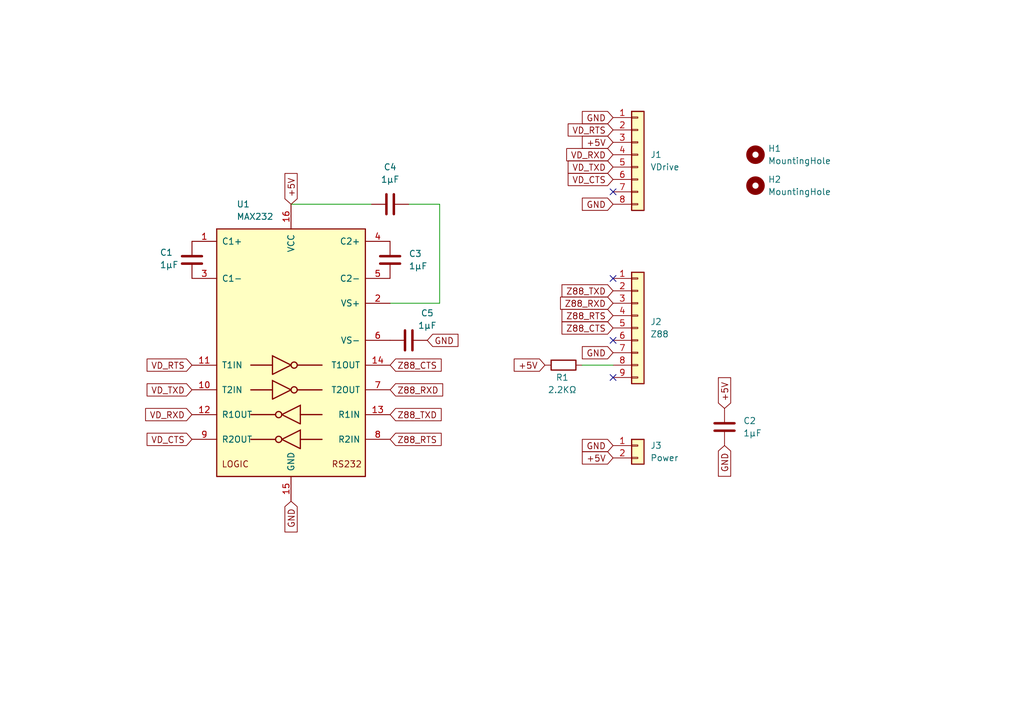
<source format=kicad_sch>
(kicad_sch (version 20250114) (generator "eeschema") (generator_version "9.0")
  (paper "A5")
  (title_block (title "VDriveZ88 Serial Interface Board") (date "9/AUG/2025") (rev "WIP") (company "Brett Hallen"))
  (lib_symbols
    (symbol "Connector_Generic:Conn_01x02" (pin_names (offset 1.016) (hide yes))
      (property "Reference" "J" (at 0 2.54 0))
      (property "Value" "Conn_01x02" (at 0 -5.08 0))
      (symbol "Conn_01x02_1_1"
        (rectangle (start -1.27 1.27) (end 1.27 -3.81) (stroke (width 0.254)) (fill (type background)))
        (rectangle (start -1.27 0.127) (end 0 -0.127) (stroke (width 0.1524)))
        (rectangle (start -1.27 -2.413) (end 0 -2.667) (stroke (width 0.1524)))
        (pin passive line (at -5.08 0 0) (length 3.81) (name "Pin_1") (number "1"))
        (pin passive line (at -5.08 -2.54 0) (length 3.81) (name "Pin_2") (number "2"))
      )
    )
    (symbol "Connector_Generic:Conn_01x08" (pin_names (offset 1.016) (hide yes))
      (property "Reference" "J" (at 0 10.16 0))
      (property "Value" "Conn_01x08" (at 0 -12.7 0))
      (symbol "Conn_01x08_1_1"
        (rectangle (start -1.27 8.89) (end 1.27 -11.43) (stroke (width 0.254)) (fill (type background)))
        (rectangle (start -1.27 7.747) (end 0 7.493) (stroke (width 0.1524)))
        (rectangle (start -1.27 5.207) (end 0 4.953) (stroke (width 0.1524)))
        (rectangle (start -1.27 2.667) (end 0 2.413) (stroke (width 0.1524)))
        (rectangle (start -1.27 0.127) (end 0 -0.127) (stroke (width 0.1524)))
        (rectangle (start -1.27 -2.413) (end 0 -2.667) (stroke (width 0.1524)))
        (rectangle (start -1.27 -4.953) (end 0 -5.207) (stroke (width 0.1524)))
        (rectangle (start -1.27 -7.493) (end 0 -7.747) (stroke (width 0.1524)))
        (rectangle (start -1.27 -10.033) (end 0 -10.287) (stroke (width 0.1524)))
        (pin passive line (at -5.08 7.62 0) (length 3.81) (name "Pin_1") (number "1"))
        (pin passive line (at -5.08 5.08 0) (length 3.81) (name "Pin_2") (number "2"))
        (pin passive line (at -5.08 2.54 0) (length 3.81) (name "Pin_3") (number "3"))
        (pin passive line (at -5.08 0 0) (length 3.81) (name "Pin_4") (number "4"))
        (pin passive line (at -5.08 -2.54 0) (length 3.81) (name "Pin_5") (number "5"))
        (pin passive line (at -5.08 -5.08 0) (length 3.81) (name "Pin_6") (number "6"))
        (pin passive line (at -5.08 -7.62 0) (length 3.81) (name "Pin_7") (number "7"))
        (pin passive line (at -5.08 -10.16 0) (length 3.81) (name "Pin_8") (number "8"))
      )
    )
    (symbol "Connector_Generic:Conn_01x09" (pin_names (offset 1.016) (hide yes))
      (property "Reference" "J" (at 0 12.7 0))
      (property "Value" "Conn_01x09" (at 0 -12.7 0))
      (symbol "Conn_01x09_1_1"
        (rectangle (start -1.27 11.43) (end 1.27 -11.43) (stroke (width 0.254)) (fill (type background)))
        (rectangle (start -1.27 10.287) (end 0 10.033) (stroke (width 0.1524)))
        (rectangle (start -1.27 7.747) (end 0 7.493) (stroke (width 0.1524)))
        (rectangle (start -1.27 5.207) (end 0 4.953) (stroke (width 0.1524)))
        (rectangle (start -1.27 2.667) (end 0 2.413) (stroke (width 0.1524)))
        (rectangle (start -1.27 0.127) (end 0 -0.127) (stroke (width 0.1524)))
        (rectangle (start -1.27 -2.413) (end 0 -2.667) (stroke (width 0.1524)))
        (rectangle (start -1.27 -4.953) (end 0 -5.207) (stroke (width 0.1524)))
        (rectangle (start -1.27 -7.493) (end 0 -7.747) (stroke (width 0.1524)))
        (rectangle (start -1.27 -10.033) (end 0 -10.287) (stroke (width 0.1524)))
        (pin passive line (at -5.08 10.16 0) (length 3.81) (name "Pin_1") (number "1"))
        (pin passive line (at -5.08 7.62 0) (length 3.81) (name "Pin_2") (number "2"))
        (pin passive line (at -5.08 5.08 0) (length 3.81) (name "Pin_3") (number "3"))
        (pin passive line (at -5.08 2.54 0) (length 3.81) (name "Pin_4") (number "4"))
        (pin passive line (at -5.08 0 0) (length 3.81) (name "Pin_5") (number "5"))
        (pin passive line (at -5.08 -2.54 0) (length 3.81) (name "Pin_6") (number "6"))
        (pin passive line (at -5.08 -5.08 0) (length 3.81) (name "Pin_7") (number "7"))
        (pin passive line (at -5.08 -7.62 0) (length 3.81) (name "Pin_8") (number "8"))
        (pin passive line (at -5.08 -10.16 0) (length 3.81) (name "Pin_9") (number "9"))
      )
    )
    (symbol "Device:C" (pin_numbers (hide yes)) (pin_names (offset 0.254))
      (property "Reference" "C" (at 0.635 2.54 0))
      (property "Value" "C" (at 0.635 -2.54 0))
      (symbol "C_0_1"
        (polyline (pts (xy -2.032 0.762) (xy 2.032 0.762)) (stroke (width 0.508)))
        (polyline (pts (xy -2.032 -0.762) (xy 2.032 -0.762)) (stroke (width 0.508)))
      )
      (symbol "C_1_1"
        (pin passive line (at 0 3.81 270) (length 2.794) (name "~") (number "1"))
        (pin passive line (at 0 -3.81 90) (length 2.794) (name "~") (number "2"))
      )
    )
    (symbol "Device:R" (pin_numbers (hide yes)) (pin_names (offset 0))
      (property "Reference" "R" (at 2.032 0 90))
      (property "Value" "R" (at 0 0 90))
      (symbol "R_0_1"
        (rectangle (start -1.016 -2.54) (end 1.016 2.54) (stroke (width 0.254)))
      )
      (symbol "R_1_1"
        (pin passive line (at 0 3.81 270) (length 1.27) (name "~") (number "1"))
        (pin passive line (at 0 -3.81 90) (length 1.27) (name "~") (number "2"))
      )
    )
    (symbol "Interface_UART:MAX232" (pin_names (offset 1.016))
      (property "Reference" "U" (at -2.54 28.575 0))
      (property "Value" "MAX232" (at -2.54 26.67 0))
      (symbol "MAX232_0_0"
        (text "LOGIC" (at -11.43 -22.86 0) (effects (font (size 1.27 1.27))))
        (text "RS232" (at 11.43 -22.86 0) (effects (font (size 1.27 1.27))))
      )
      (symbol "MAX232_0_1"
        (rectangle (start -15.24 -25.4) (end 15.24 25.4) (stroke (width 0.254)) (fill (type background)))
        (polyline (pts (xy -3.81 -0.635) (xy -3.81 -4.445) (xy 0 -2.54) (xy -3.81 -0.635)) (stroke (width 0.254)))
        (polyline (pts (xy -3.81 -2.54) (xy -8.255 -2.54)) (stroke (width 0.254)))
        (polyline (pts (xy -3.81 -5.715) (xy -3.81 -9.525) (xy 0 -7.62) (xy -3.81 -5.715)) (stroke (width 0.254)))
        (polyline (pts (xy -3.81 -7.62) (xy -8.255 -7.62)) (stroke (width 0.254)))
        (polyline (pts (xy -3.175 -12.7) (xy -8.255 -12.7)) (stroke (width 0.254)))
        (polyline (pts (xy -3.175 -17.78) (xy -8.255 -17.78)) (stroke (width 0.254)))
        (circle (center -2.54 -12.7) (radius 0.635) (stroke (width 0.254)))
        (circle (center -2.54 -17.78) (radius 0.635) (stroke (width 0.254)))
        (circle (center 0.635 -2.54) (radius 0.635) (stroke (width 0.254)))
        (circle (center 0.635 -7.62) (radius 0.635) (stroke (width 0.254)))
        (polyline (pts (xy 1.27 -2.54) (xy 6.35 -2.54)) (stroke (width 0.254)))
        (polyline (pts (xy 1.27 -7.62) (xy 6.35 -7.62)) (stroke (width 0.254)))
        (polyline (pts (xy 1.905 -10.795) (xy 1.905 -14.605) (xy -1.905 -12.7) (xy 1.905 -10.795)) (stroke (width 0.254)))
        (polyline (pts (xy 1.905 -12.7) (xy 6.35 -12.7)) (stroke (width 0.254)))
        (polyline (pts (xy 1.905 -15.875) (xy 1.905 -19.685) (xy -1.905 -17.78) (xy 1.905 -15.875)) (stroke (width 0.254)))
        (polyline (pts (xy 1.905 -17.78) (xy 6.35 -17.78)) (stroke (width 0.254)))
      )
      (symbol "MAX232_1_1"
        (pin passive line (at -20.32 22.86 0) (length 5.08) (name "C1+") (number "1"))
        (pin passive line (at -20.32 15.24 0) (length 5.08) (name "C1-") (number "3"))
        (pin input line (at -20.32 -2.54 0) (length 5.08) (name "T1IN") (number "11"))
        (pin input line (at -20.32 -7.62 0) (length 5.08) (name "T2IN") (number "10"))
        (pin output line (at -20.32 -12.7 0) (length 5.08) (name "R1OUT") (number "12"))
        (pin output line (at -20.32 -17.78 0) (length 5.08) (name "R2OUT") (number "9"))
        (pin power_in line (at 0 30.48 270) (length 5.08) (name "VCC") (number "16"))
        (pin power_in line (at 0 -30.48 90) (length 5.08) (name "GND") (number "15"))
        (pin passive line (at 20.32 22.86 180) (length 5.08) (name "C2+") (number "4"))
        (pin passive line (at 20.32 15.24 180) (length 5.08) (name "C2-") (number "5"))
        (pin power_out line (at 20.32 10.16 180) (length 5.08) (name "VS+") (number "2"))
        (pin power_out line (at 20.32 2.54 180) (length 5.08) (name "VS-") (number "6"))
        (pin output line (at 20.32 -2.54 180) (length 5.08) (name "T1OUT") (number "14"))
        (pin output line (at 20.32 -7.62 180) (length 5.08) (name "T2OUT") (number "7"))
        (pin input line (at 20.32 -12.7 180) (length 5.08) (name "R1IN") (number "13"))
        (pin input line (at 20.32 -17.78 180) (length 5.08) (name "R2IN") (number "8"))
      )
    )
    (symbol "Mechanical:MountingHole" (pin_names (offset 1.016)) (in_bom no)
      (property "Reference" "H" (at 0 5.08 0))
      (property "Value" "MountingHole" (at 0 3.175 0))
      (symbol "MountingHole_0_1"
        (circle (center 0 0) (radius 1.27) (stroke (width 1.27)))
      )
    )
  )
  (no_connect (at 125.73 57.15))
  (no_connect (at 125.73 69.85))
  (no_connect (at 125.73 77.47))
  (no_connect (at 125.73 39.37))
  (wire (pts (xy 90.17 62.23) (xy 80.01 62.23)))
  (wire (pts (xy 119.38 74.93) (xy 125.73 74.93)))
  (wire (pts (xy 59.69 41.91) (xy 76.2 41.91)))
  (wire (pts (xy 83.82 41.91) (xy 90.17 41.91)))
  (wire (pts (xy 90.17 41.91) (xy 90.17 62.23)))
  (global_label "VD_TXD" (shape input) (at 125.73 34.29 180) (property "Intersheetrefs" "${INTERSHEET_REFS}" (effects (hide yes))))
  (global_label "VD_RTS" (shape input) (at 39.37 74.93 180) (property "Intersheetrefs" "${INTERSHEET_REFS}" (effects (hide yes))))
  (global_label "GND" (shape input) (at 125.73 24.13 180) (property "Intersheetrefs" "${INTERSHEET_REFS}" (effects (hide yes))))
  (global_label "VD_RTS" (shape input) (at 125.73 26.67 180) (property "Intersheetrefs" "${INTERSHEET_REFS}" (effects (hide yes))))
  (global_label "VD_RXD" (shape input) (at 125.73 31.75 180) (property "Intersheetrefs" "${INTERSHEET_REFS}" (effects (hide yes))))
  (global_label "GND" (shape input) (at 148.59 91.44 270) (property "Intersheetrefs" "${INTERSHEET_REFS}" (effects (hide yes))))
  (global_label "VD_TXD" (shape input) (at 39.37 80.01 180) (property "Intersheetrefs" "${INTERSHEET_REFS}" (effects (hide yes))))
  (global_label "Z88_TXD" (shape input) (at 125.73 59.69 180) (property "Intersheetrefs" "${INTERSHEET_REFS}" (effects (hide yes))))
  (global_label "VD_RXD" (shape input) (at 39.37 85.09 180) (property "Intersheetrefs" "${INTERSHEET_REFS}" (effects (hide yes))))
  (global_label "VD_CTS" (shape input) (at 39.37 90.17 180) (property "Intersheetrefs" "${INTERSHEET_REFS}" (effects (hide yes))))
  (global_label "+5V" (shape input) (at 59.69 41.91 90) (property "Intersheetrefs" "${INTERSHEET_REFS}" (effects (hide yes))))
  (global_label "Z88_RTS" (shape input) (at 125.73 64.77 180) (property "Intersheetrefs" "${INTERSHEET_REFS}" (effects (hide yes))))
  (global_label "+5V" (shape input) (at 148.59 83.82 90) (property "Intersheetrefs" "${INTERSHEET_REFS}" (effects (hide yes))))
  (global_label "GND" (shape input) (at 125.73 91.44 180) (property "Intersheetrefs" "${INTERSHEET_REFS}" (effects (hide yes))))
  (global_label "Z88_RTS" (shape input) (at 80.01 90.17 0) (property "Intersheetrefs" "${INTERSHEET_REFS}" (effects (hide yes))))
  (global_label "Z88_CTS" (shape input) (at 80.01 74.93 0) (property "Intersheetrefs" "${INTERSHEET_REFS}" (effects (hide yes))))
  (global_label "+5V" (shape input) (at 125.73 29.21 180) (property "Intersheetrefs" "${INTERSHEET_REFS}" (effects (hide yes))))
  (global_label "VD_CTS" (shape input) (at 125.73 36.83 180) (property "Intersheetrefs" "${INTERSHEET_REFS}" (effects (hide yes))))
  (global_label "+5V" (shape input) (at 111.76 74.93 180) (property "Intersheetrefs" "${INTERSHEET_REFS}" (effects (hide yes))))
  (global_label "Z88_RXD" (shape input) (at 125.73 62.23 180) (property "Intersheetrefs" "${INTERSHEET_REFS}" (effects (hide yes))))
  (global_label "Z88_CTS" (shape input) (at 125.73 67.31 180) (property "Intersheetrefs" "${INTERSHEET_REFS}" (effects (hide yes))))
  (global_label "GND" (shape input) (at 125.73 41.91 180) (property "Intersheetrefs" "${INTERSHEET_REFS}" (effects (hide yes))))
  (global_label "Z88_RXD" (shape input) (at 80.01 80.01 0) (property "Intersheetrefs" "${INTERSHEET_REFS}" (effects (hide yes))))
  (global_label "GND" (shape input) (at 125.73 72.39 180) (property "Intersheetrefs" "${INTERSHEET_REFS}" (effects (hide yes))))
  (global_label "GND" (shape input) (at 87.63 69.85 0) (property "Intersheetrefs" "${INTERSHEET_REFS}" (effects (hide yes))))
  (global_label "Z88_TXD" (shape input) (at 80.01 85.09 0) (property "Intersheetrefs" "${INTERSHEET_REFS}" (effects (hide yes))))
  (global_label "+5V" (shape input) (at 125.73 93.98 180) (property "Intersheetrefs" "${INTERSHEET_REFS}" (effects (hide yes))))
  (global_label "GND" (shape input) (at 59.69 102.87 270) (property "Intersheetrefs" "${INTERSHEET_REFS}" (effects (hide yes))))
  (symbol (lib_id "Device:C") (at 39.37 53.34 0) (unit 1)
    (property "Reference" "C1" (at 32.766 51.816 0) (effects (justify left)))
    (property "Value" "1µF" (at 32.766 54.356 0) (effects (justify left)))
    (property "Footprint" "Capacitor_THT:C_Disc_D3.8mm_W2.6mm_P2.50mm" (effects (hide yes)))
    (property "Description" "Unpolarized capacitor" (effects (hide yes)))
  )
  (symbol (lib_id "Connector_Generic:Conn_01x02") (at 130.81 91.44 0) (unit 1)
    (property "Reference" "J3" (at 133.35 91.4399 0) (effects (justify left)))
    (property "Value" "Power" (at 133.35 93.9799 0) (effects (justify left)))
    (property "Footprint" "Connector_PinHeader_2.54mm:PinHeader_1x02_P2.54mm_Vertical" (effects (hide yes)))
    (property "Description" "Generic connector, single row, 01x02, script generated (kicad-library-utils/schlib/autogen/connector/)" (effects (hide yes)))
  )
  (symbol (lib_id "Mechanical:MountingHole") (at 154.94 31.75 0) (unit 1) (in_bom no)
    (property "Reference" "H1" (at 157.48 30.4799 0) (effects (justify left)))
    (property "Value" "MountingHole" (at 157.48 33.0199 0) (effects (justify left)))
    (property "Footprint" "MountingHole:MountingHole_2.2mm_M2" (effects (hide yes)))
    (property "Description" "Mounting Hole without connection" (effects (hide yes)))
  )
  (symbol (lib_id "Device:C") (at 148.59 87.63 0) (unit 1)
    (property "Reference" "C2" (at 152.4 86.3599 0) (effects (justify left)))
    (property "Value" "1µF" (at 152.4 88.8999 0) (effects (justify left)))
    (property "Footprint" "Capacitor_THT:C_Disc_D3.8mm_W2.6mm_P2.50mm" (effects (hide yes)))
    (property "Description" "Unpolarized capacitor" (effects (hide yes)))
  )
  (symbol (lib_id "Device:C") (at 80.01 41.91 90) (unit 1)
    (property "Reference" "C4" (at 80.01 34.29 90))
    (property "Value" "1µF" (at 80.01 36.83 90))
    (property "Footprint" "Capacitor_THT:C_Disc_D3.8mm_W2.6mm_P2.50mm" (effects (hide yes)))
    (property "Description" "Unpolarized capacitor" (effects (hide yes)))
  )
  (symbol (lib_id "Connector_Generic:Conn_01x08") (at 130.81 31.75 0) (unit 1)
    (property "Reference" "J1" (at 133.35 31.7499 0) (effects (justify left)))
    (property "Value" "VDrive" (at 133.35 34.2899 0) (effects (justify left)))
    (property "Footprint" "Connector_PinHeader_2.54mm:PinHeader_1x08_P2.54mm_Vertical" (effects (hide yes)))
    (property "Description" "Generic connector, single row, 01x08, script generated (kicad-library-utils/schlib/autogen/connector/)" (effects (hide yes)))
  )
  (symbol (lib_id "Device:C") (at 80.01 53.34 0) (unit 1)
    (property "Reference" "C3" (at 83.82 52.0699 0) (effects (justify left)))
    (property "Value" "1µF" (at 83.82 54.6099 0) (effects (justify left)))
    (property "Footprint" "Capacitor_THT:C_Disc_D3.8mm_W2.6mm_P2.50mm" (effects (hide yes)))
    (property "Description" "Unpolarized capacitor" (effects (hide yes)))
  )
  (symbol (lib_id "Device:R") (at 115.57 74.93 90) (unit 1)
    (property "Reference" "R1" (at 115.316 77.47 90))
    (property "Value" "2.2KΩ" (at 115.316 80.01 90))
    (property "Footprint" "Resistor_THT:R_Axial_DIN0207_L6.3mm_D2.5mm_P10.16mm_Horizontal" (effects (hide yes)))
    (property "Description" "Resistor" (effects (hide yes)))
  )
  (symbol (lib_id "Device:C") (at 83.82 69.85 90) (unit 1)
    (property "Reference" "C5" (at 87.63 64.262 90))
    (property "Value" "1µF" (at 87.63 66.802 90))
    (property "Footprint" "Capacitor_THT:C_Disc_D3.8mm_W2.6mm_P2.50mm" (effects (hide yes)))
    (property "Description" "Unpolarized capacitor" (effects (hide yes)))
  )
  (symbol (lib_id "Interface_UART:MAX232") (at 59.69 72.39 0) (unit 1)
    (property "Reference" "U1" (at 48.514 41.91 0) (effects (justify left)))
    (property "Value" "MAX232" (at 48.514 44.45 0) (effects (justify left)))
    (property "Footprint" "Package_DIP:DIP-16_W7.62mm" (effects (hide yes)))
    (property "Datasheet" "http://www.ti.com/lit/ds/symlink/max232.pdf" (effects (hide yes)))
    (property "Description" "Dual RS232 driver/receiver, 5V supply, 120kb/s, 0C-70C" (effects (hide yes)))
  )
  (symbol (lib_id "Mechanical:MountingHole") (at 154.94 38.1 0) (unit 1) (in_bom no)
    (property "Reference" "H2" (at 157.48 36.8299 0) (effects (justify left)))
    (property "Value" "MountingHole" (at 157.48 39.3699 0) (effects (justify left)))
    (property "Footprint" "MountingHole:MountingHole_2.2mm_M2" (effects (hide yes)))
    (property "Description" "Mounting Hole without connection" (effects (hide yes)))
  )
  (symbol (lib_id "Connector_Generic:Conn_01x09") (at 130.81 67.31 0) (unit 1)
    (property "Reference" "J2" (at 133.35 66.0399 0) (effects (justify left)))
    (property "Value" "Z88" (at 133.35 68.5799 0) (effects (justify left)))
    (property "Footprint" "Connector_PinHeader_2.54mm:PinHeader_1x09_P2.54mm_Vertical" (effects (hide yes)))
    (property "Description" "Generic connector, single row, 01x09, script generated (kicad-library-utils/schlib/autogen/connector/)" (effects (hide yes)))
  )
)
</source>
